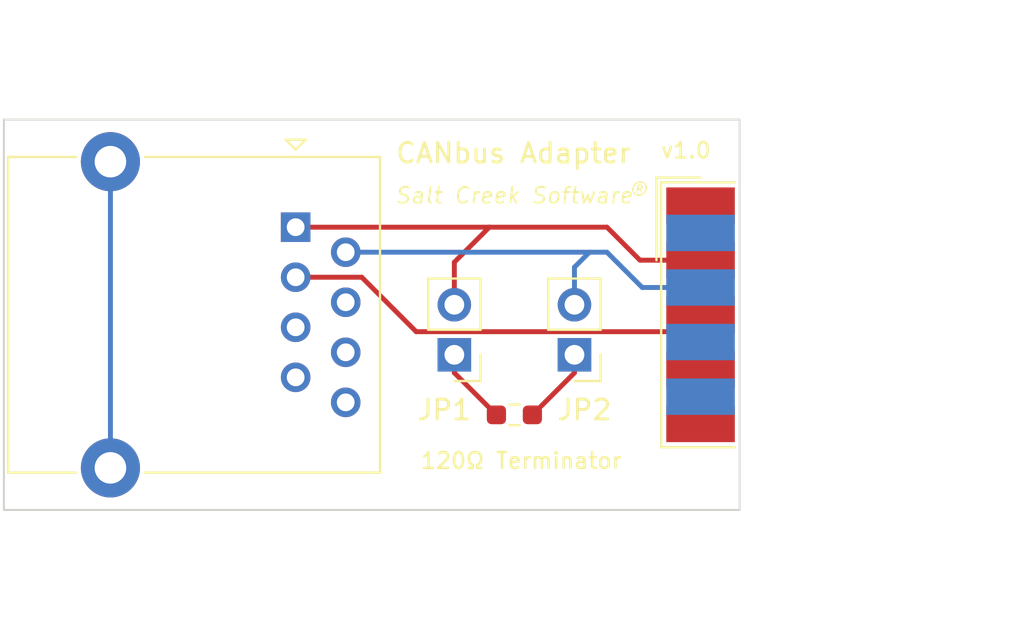
<source format=kicad_pcb>
(kicad_pcb (version 20221018) (generator pcbnew)
  (title_block (date "10/3/2023") (rev "1.0") (company "Salt Creek Software"))
  (layers (0 "F.Cu" signal) (31 "B.Cu" signal) (36 "B.SilkS" user "B.Silkscreen") (37 "F.SilkS" user "F.Silkscreen") (38 "B.Mask" user) (39 "F.Mask" user) (44 "Edge.Cuts" user))
  (net 0 "")
  (net 2 "/CAN_L")
  (net 3 "/CAN_GND")
  (net 7 "/CAN_H")
  (net 9 "Net-(JP1-A)")
  (net 10 "Net-(JP2-A)")
  (net 17 "unconnected-(J2-PadSH)")
  (footprint "Connector_PinHeader_2.54mm:PinHeader_1x02_P2.54mm_Vertical" (layer "F.Cu") (at 145.542 91.948 180)
    (fp_text reference "JP1" (at 0.508 -2.794) (layer "F.SilkS"))
    (fp_text value "Jumper_2_Open")
    (fp_line (start -1.33 -1.33) (end 0 -1.33) (stroke (width 0.12)) (layer "F.SilkS"))
    (fp_line (start -1.33 0) (end -1.33 -1.33) (stroke (width 0.12)) (layer "F.SilkS"))
    (fp_line (start -1.33 1.27) (end -1.33 3.87) (stroke (width 0.12)) (layer "F.SilkS"))
    (fp_line (start -1.33 1.27) (end 1.33 1.27) (stroke (width 0.12)) (layer "F.SilkS"))
    (fp_line (start -1.33 3.87) (end 1.33 3.87) (stroke (width 0.12)) (layer "F.SilkS"))
    (fp_line (start 1.33 1.27) (end 1.33 3.87) (stroke (width 0.12)) (layer "F.SilkS"))
    (pad "1" thru_hole rect (at 0 0 180) (size 1.7 1.7) (drill 1) (layers "*.Cu" "*.Mask") (net 9 "Net-(JP1-A)"))
    (pad "2" thru_hole oval (at 0 2.54 180) (size 1.7 1.7) (drill 1) (layers "*.Cu" "*.Mask") (net 2 "/CAN_L"))
  )
  (footprint "Connector_PinHeader_2.54mm:PinHeader_1x02_P2.54mm_Vertical" (layer "F.Cu") (at 151.638 91.948 180)
    (fp_text reference "JP2" (at -0.508 -2.794) (layer "F.SilkS"))
    (fp_text value "Jumper_2_Open")
    (fp_line (start -1.33 -1.33) (end 0 -1.33) (stroke (width 0.12)) (layer "F.SilkS"))
    (fp_line (start -1.33 0) (end -1.33 -1.33) (stroke (width 0.12)) (layer "F.SilkS"))
    (fp_line (start -1.33 1.27) (end -1.33 3.87) (stroke (width 0.12)) (layer "F.SilkS"))
    (fp_line (start -1.33 1.27) (end 1.33 1.27) (stroke (width 0.12)) (layer "F.SilkS"))
    (fp_line (start -1.33 3.87) (end 1.33 3.87) (stroke (width 0.12)) (layer "F.SilkS"))
    (fp_line (start 1.33 1.27) (end 1.33 3.87) (stroke (width 0.12)) (layer "F.SilkS"))
    (pad "1" thru_hole rect (at 0 0 180) (size 1.7 1.7) (drill 1) (layers "*.Cu" "*.Mask") (net 10 "Net-(JP2-A)"))
    (pad "2" thru_hole oval (at 0 2.54 180) (size 1.7 1.7) (drill 1) (layers "*.Cu" "*.Mask") (net 7 "/CAN_H"))
  )
  (footprint "Connector_Dsub:DSUB-9_Female_EdgeMount_P2.77mm" (layer "F.Cu") (at 158.0375 89.916 90)
    (fp_text reference "J1" hide)
    (fp_text value "DE9_Receptacle")
    (fp_line (start -6.723333 -2) (end -6.723333 1.74) (stroke (width 0.12)) (layer "F.SilkS"))
    (fp_line (start 6.723333 -2) (end -6.723333 -2) (stroke (width 0.12)) (layer "F.SilkS"))
    (fp_line (start 6.723333 1.74) (end 6.723333 -2) (stroke (width 0.12)) (layer "F.SilkS"))
    (fp_line (start 6.963333 -2.24) (end 2.77 -2.24) (stroke (width 0.12)) (layer "F.SilkS"))
    (fp_line (start 6.963333 0) (end 6.963333 -2.24) (stroke (width 0.12)) (layer "F.SilkS"))
    (pad "1" smd rect (at 5.54 0 90) (size 1.846667 3.48) (layers "F.Cu" "F.Paste" "F.Mask"))
    (pad "2" smd rect (at 2.77 0 90) (size 1.846667 3.48) (layers "F.Cu" "F.Paste" "F.Mask") (net 2 "/CAN_L"))
    (pad "3" smd rect (at 0 0 90) (size 1.846667 3.48) (layers "F.Cu" "F.Paste" "F.Mask") (net 3 "/CAN_GND"))
    (pad "4" smd rect (at -2.77 0 90) (size 1.846667 3.48) (layers "F.Cu" "F.Paste" "F.Mask"))
    (pad "5" smd rect (at -5.54 0 90) (size 1.846667 3.48) (layers "F.Cu" "F.Paste" "F.Mask"))
    (pad "6" smd rect (at 4.155 0 90) (size 1.846667 3.48) (layers "B.Cu" "B.Paste" "B.Mask"))
    (pad "7" smd rect (at 1.385 0 90) (size 1.846667 3.48) (layers "B.Cu" "B.Paste" "B.Mask") (net 7 "/CAN_H"))
    (pad "8" smd rect (at -1.385 0 90) (size 1.846667 3.48) (layers "B.Cu" "B.Paste" "B.Mask"))
    (pad "9" smd rect (at -4.155 0 90) (size 1.846667 3.48) (layers "B.Cu" "B.Paste" "B.Mask"))
  )
  (footprint "Resistor_SMD:R_0603_1608Metric_Pad0.98x0.95mm_HandSolder" (layer "F.Cu") (at 148.59 94.996 180)
    (fp_text reference "R1" hide)
    (fp_text value "120")
    (fp_line (start -0.254724 -0.5225) (end 0.254724 -0.5225) (stroke (width 0.12)) (layer "F.SilkS"))
    (fp_line (start -0.254724 0.5225) (end 0.254724 0.5225) (stroke (width 0.12)) (layer "F.SilkS"))
    (pad "1" smd roundrect (at -0.9125 0 180) (size 0.975 0.95) (layers "F.Cu" "F.Paste" "F.Mask") (net 10 "Net-(JP2-A)"))
    (pad "2" smd roundrect (at 0.9125 0 180) (size 0.975 0.95) (layers "F.Cu" "F.Paste" "F.Mask") (net 9 "Net-(JP1-A)"))
  )
  (footprint ".tlsFootprints:RJ45_Ninigi_GE" (layer "F.Cu") (at 137.489 85.471 -90)
    (fp_text reference "J2" hide)
    (fp_text value "RJ45_Shielded")
    (fp_line (start -4.441 -0.508) (end -4.441 0.508) (stroke (width 0.12)) (layer "F.SilkS"))
    (fp_line (start -4.441 0.508) (end -3.933 0) (stroke (width 0.12)) (layer "F.SilkS"))
    (fp_line (start -3.933 0) (end -4.441 -0.508) (stroke (width 0.12)) (layer "F.SilkS"))
    (fp_line (start -3.565 -4.28) (end -3.565 7.65) (stroke (width 0.12)) (layer "F.SilkS"))
    (fp_line (start -3.565 11.15) (end -3.565 14.59) (stroke (width 0.12)) (layer "F.SilkS"))
    (fp_line (start 12.455 -4.28) (end -3.565 -4.28) (stroke (width 0.12)) (layer "F.SilkS"))
    (fp_line (start 12.455 -4.28) (end 12.455 7.65) (stroke (width 0.12)) (layer "F.SilkS"))
    (fp_line (start 12.455 11.15) (end 12.455 14.59) (stroke (width 0.12)) (layer "F.SilkS"))
    (fp_line (start 12.455 14.59) (end -3.565 14.59) (stroke (width 0.12)) (layer "F.SilkS"))
    (pad "" np_thru_hole circle (at -1.27 6.35 270) (size 3.25 3.25) (drill 3.25) (layers "*.Cu" "*.Mask"))
    (pad "" np_thru_hole circle (at 10.16 6.35 90) (size 3.25 3.25) (drill 3.25) (layers "*.Cu" "*.Mask"))
    (pad "1" thru_hole rect (at 0 0 90) (size 1.5 1.5) (drill 0.9) (layers "*.Cu" "*.Mask") (net 2 "/CAN_L"))
    (pad "2" thru_hole circle (at 1.27 -2.54 90) (size 1.5 1.5) (drill 0.9) (layers "*.Cu" "*.Mask") (net 7 "/CAN_H"))
    (pad "3" thru_hole circle (at 2.54 0 90) (size 1.5 1.5) (drill 0.9) (layers "*.Cu" "*.Mask") (net 3 "/CAN_GND"))
    (pad "4" thru_hole circle (at 3.81 -2.54 90) (size 1.5 1.5) (drill 0.9) (layers "*.Cu" "*.Mask"))
    (pad "5" thru_hole circle (at 5.08 0 90) (size 1.5 1.5) (drill 0.9) (layers "*.Cu" "*.Mask"))
    (pad "6" thru_hole circle (at 6.35 -2.54 90) (size 1.5 1.5) (drill 0.9) (layers "*.Cu" "*.Mask"))
    (pad "7" thru_hole circle (at 7.62 0 90) (size 1.5 1.5) (drill 0.9) (layers "*.Cu" "*.Mask"))
    (pad "8" thru_hole circle (at 8.89 -2.54 90) (size 1.5 1.5) (drill 0.9) (layers "*.Cu" "*.Mask"))
    (pad "SH" thru_hole circle (at -3.325 9.4 270) (size 3 3) (drill 1.6) (layers "*.Cu" "*.Mask") (net 17 "unconnected-(J2-PadSH)"))
    (pad "SH" thru_hole circle (at 12.215 9.4 90) (size 3 3) (drill 1.6) (layers "*.Cu" "*.Mask") (net 17 "unconnected-(J2-PadSH)"))
  )
  (gr_line (start 122.682 99.822) (end 160.02 99.822) (stroke (width 0.1)) (layer "Edge.Cuts"))
  (gr_line (start 122.682 80.01) (end 122.682 99.822) (stroke (width 0.1)) (layer "Edge.Cuts"))
  (gr_line (start 160.02 80.01) (end 122.682 80.01) (stroke (width 0.1)) (layer "Edge.Cuts"))
  (gr_line (start 160.02 80.01) (end 160.02 99.822) (stroke (width 0.1)) (layer "Edge.Cuts"))
  (gr_text "Salt Creek Software" (at 142.494 84.328) (layer "F.SilkS") (effects (font (size 0.8001 0.8001) (thickness 0.1016) italic) (justify left bottom)))
  (gr_text "CANbus Adapter" (at 142.494 82.296) (layer "F.SilkS") (effects (font (size 1 1)) (justify left bottom)))
  (gr_text "®" (at 154.432 83.82) (layer "F.SilkS") (effects (font (size 0.508 0.508) (thickness 0.0762) italic) (justify left bottom)))
  (gr_text "120Ω Terminator" (at 143.764 97.79) (layer "F.SilkS") (effects (font (size 0.8001 0.8001) (thickness 0.127) bold) (justify left bottom)))
  (gr_text "v1.0" (at 155.956 82.042) (layer "F.SilkS") (effects (font (size 0.8001 0.8001) (thickness 0.127) bold) (justify left bottom)))
  (segment (start 137.489 85.471) (end 147.32 85.471) (width 0.25) (layer "F.Cu") (net 2))
  (segment (start 145.542 89.408) (end 145.542 87.249) (width 0.25) (layer "F.Cu") (net 2))
  (segment (start 153.289 85.471) (end 154.964 87.146) (width 0.25) (layer "F.Cu") (net 2))
  (segment (start 147.32 85.471) (end 153.289 85.471) (width 0.25) (layer "F.Cu") (net 2))
  (segment (start 145.542 87.249) (end 147.32 85.471) (width 0.25) (layer "F.Cu") (net 2))
  (segment (start 154.964 87.146) (end 158.0375 87.146) (width 0.25) (layer "F.Cu") (net 2))
  (segment (start 157.1805 90.773) (end 158.0375 89.916) (width 0.25) (layer "F.Cu") (net 3))
  (segment (start 143.605 90.773) (end 157.1805 90.773) (width 0.25) (layer "F.Cu") (net 3))
  (segment (start 140.843 88.011) (end 143.605 90.773) (width 0.25) (layer "F.Cu") (net 3))
  (segment (start 137.489 88.011) (end 140.843 88.011) (width 0.25) (layer "F.Cu") (net 3))
  (segment (start 151.638 89.408) (end 151.638 87.503) (width 0.25) (layer "B.Cu") (net 7))
  (segment (start 155.079 88.531) (end 158.0375 88.531) (width 0.25) (layer "B.Cu") (net 7))
  (segment (start 151.638 87.503) (end 152.4 86.741) (width 0.25) (layer "B.Cu") (net 7))
  (segment (start 140.029 86.741) (end 152.4 86.741) (width 0.25) (layer "B.Cu") (net 7))
  (segment (start 153.289 86.741) (end 155.079 88.531) (width 0.25) (layer "B.Cu") (net 7))
  (segment (start 152.4 86.741) (end 153.289 86.741) (width 0.25) (layer "B.Cu") (net 7))
  (segment (start 145.542 91.948) (end 145.542 92.8605) (width 0.25) (layer "F.Cu") (net 9))
  (segment (start 145.542 92.8605) (end 147.6775 94.996) (width 0.25) (layer "F.Cu") (net 9))
  (segment (start 151.638 91.948) (end 151.638 92.8605) (width 0.25) (layer "F.Cu") (net 10))
  (segment (start 151.638 92.8605) (end 149.5025 94.996) (width 0.25) (layer "F.Cu") (net 10))
  (segment (start 128.089 82.146) (end 128.089 97.686) (width 0.25) (layer "B.Cu") (net 17))
)
</source>
